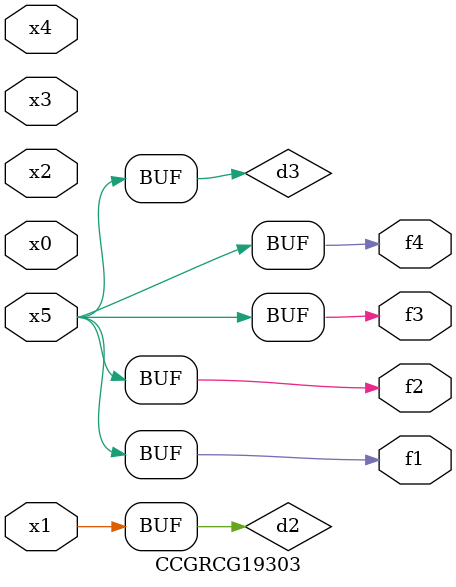
<source format=v>
module CCGRCG19303(
	input x0, x1, x2, x3, x4, x5,
	output f1, f2, f3, f4
);

	wire d1, d2, d3;

	not (d1, x5);
	or (d2, x1);
	xnor (d3, d1);
	assign f1 = d3;
	assign f2 = d3;
	assign f3 = d3;
	assign f4 = d3;
endmodule

</source>
